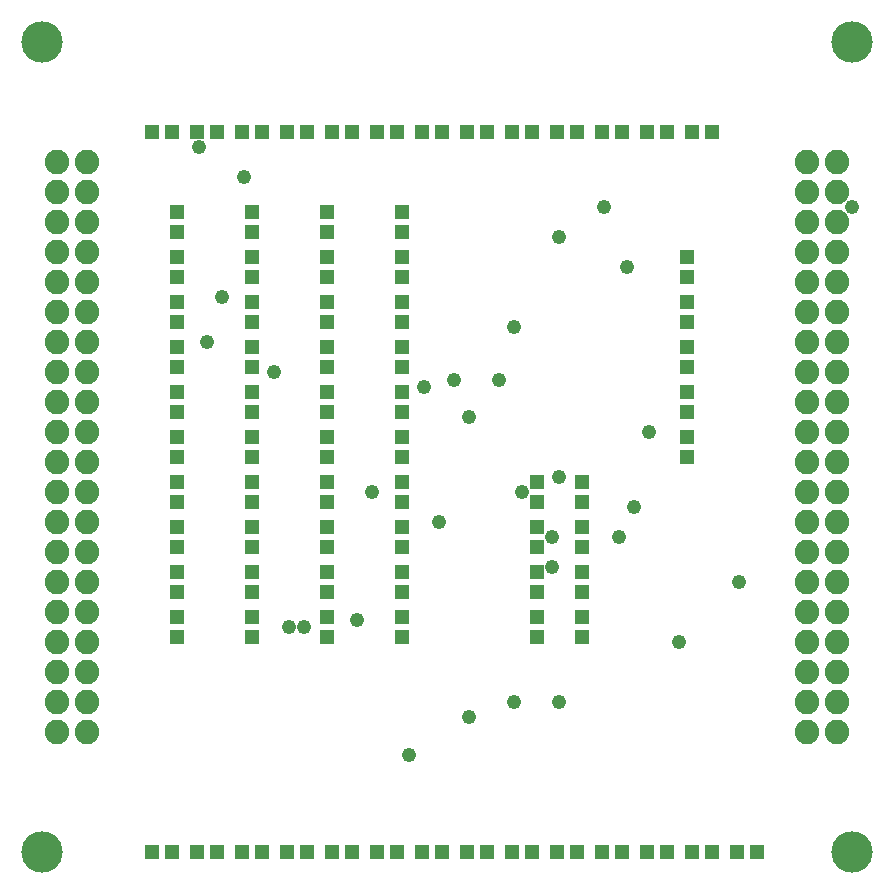
<source format=gts>
G75*
%MOIN*%
%OFA0B0*%
%FSLAX25Y25*%
%IPPOS*%
%LPD*%
%AMOC8*
5,1,8,0,0,1.08239X$1,22.5*
%
%ADD10R,0.04737X0.05131*%
%ADD11R,0.05131X0.04737*%
%ADD12C,0.13800*%
%ADD13C,0.08200*%
%ADD14C,0.04800*%
D10*
X0543333Y0087654D03*
X0543333Y0094346D03*
X0543333Y0102654D03*
X0543333Y0109346D03*
X0543333Y0117654D03*
X0543333Y0124346D03*
X0543333Y0132654D03*
X0543333Y0139346D03*
X0543333Y0147654D03*
X0543333Y0154346D03*
X0543333Y0162654D03*
X0543333Y0169346D03*
X0543333Y0177654D03*
X0543333Y0184346D03*
X0543333Y0192654D03*
X0543333Y0199346D03*
X0543333Y0207654D03*
X0543333Y0214346D03*
X0543333Y0222654D03*
X0543333Y0229346D03*
X0568333Y0229346D03*
X0568333Y0222654D03*
X0568333Y0214346D03*
X0568333Y0207654D03*
X0568333Y0199346D03*
X0568333Y0192654D03*
X0568333Y0184346D03*
X0568333Y0177654D03*
X0568333Y0169346D03*
X0568333Y0162654D03*
X0568333Y0154346D03*
X0568333Y0147654D03*
X0568333Y0139346D03*
X0568333Y0132654D03*
X0568333Y0124346D03*
X0568333Y0117654D03*
X0568333Y0109346D03*
X0568333Y0102654D03*
X0568333Y0094346D03*
X0568333Y0087654D03*
X0593333Y0087654D03*
X0593333Y0094346D03*
X0593333Y0102654D03*
X0593333Y0109346D03*
X0593333Y0117654D03*
X0593333Y0124346D03*
X0593333Y0132654D03*
X0593333Y0139346D03*
X0593333Y0147654D03*
X0593333Y0154346D03*
X0593333Y0162654D03*
X0593333Y0169346D03*
X0593333Y0177654D03*
X0593333Y0184346D03*
X0593333Y0192654D03*
X0593333Y0199346D03*
X0593333Y0207654D03*
X0593333Y0214346D03*
X0593333Y0222654D03*
X0593333Y0229346D03*
X0618333Y0229346D03*
X0618333Y0222654D03*
X0618333Y0214346D03*
X0618333Y0207654D03*
X0618333Y0199346D03*
X0618333Y0192654D03*
X0618333Y0184346D03*
X0618333Y0177654D03*
X0618333Y0169346D03*
X0618333Y0162654D03*
X0618333Y0154346D03*
X0618333Y0147654D03*
X0618333Y0139346D03*
X0618333Y0132654D03*
X0618333Y0124346D03*
X0618333Y0117654D03*
X0618333Y0109346D03*
X0618333Y0102654D03*
X0618333Y0094346D03*
X0618333Y0087654D03*
X0663333Y0087654D03*
X0663333Y0094346D03*
X0663333Y0102654D03*
X0678333Y0102654D03*
X0678333Y0094346D03*
X0678333Y0087654D03*
X0678333Y0109346D03*
X0678333Y0117654D03*
X0663333Y0117654D03*
X0663333Y0109346D03*
X0663333Y0124346D03*
X0663333Y0132654D03*
X0678333Y0132654D03*
X0678333Y0124346D03*
X0678333Y0139346D03*
X0663333Y0139346D03*
X0713333Y0147654D03*
X0713333Y0154346D03*
X0713333Y0162654D03*
X0713333Y0169346D03*
X0713333Y0177654D03*
X0713333Y0184346D03*
X0713333Y0192654D03*
X0713333Y0199346D03*
X0713333Y0207654D03*
X0713333Y0214346D03*
D11*
X0714987Y0256000D03*
X0721680Y0256000D03*
X0706680Y0256000D03*
X0699987Y0256000D03*
X0691680Y0256000D03*
X0684987Y0256000D03*
X0676680Y0256000D03*
X0669987Y0256000D03*
X0661680Y0256000D03*
X0654987Y0256000D03*
X0646680Y0256000D03*
X0639987Y0256000D03*
X0631680Y0256000D03*
X0624987Y0256000D03*
X0616680Y0256000D03*
X0609987Y0256000D03*
X0601680Y0256000D03*
X0594987Y0256000D03*
X0586680Y0256000D03*
X0579987Y0256000D03*
X0571680Y0256000D03*
X0564987Y0256000D03*
X0556680Y0256000D03*
X0549987Y0256000D03*
X0541680Y0256000D03*
X0534987Y0256000D03*
X0534987Y0016000D03*
X0541680Y0016000D03*
X0549987Y0016000D03*
X0556680Y0016000D03*
X0564987Y0016000D03*
X0571680Y0016000D03*
X0579987Y0016000D03*
X0586680Y0016000D03*
X0594987Y0016000D03*
X0601680Y0016000D03*
X0609987Y0016000D03*
X0616680Y0016000D03*
X0624987Y0016000D03*
X0631680Y0016000D03*
X0639987Y0016000D03*
X0646680Y0016000D03*
X0654987Y0016000D03*
X0661680Y0016000D03*
X0669987Y0016000D03*
X0676680Y0016000D03*
X0684987Y0016000D03*
X0691680Y0016000D03*
X0699987Y0016000D03*
X0706680Y0016000D03*
X0714987Y0016000D03*
X0721680Y0016000D03*
X0729987Y0016000D03*
X0736680Y0016000D03*
D12*
X0498333Y0016000D03*
X0768333Y0016000D03*
X0768333Y0286000D03*
X0498333Y0286000D03*
D13*
X0503333Y0246000D03*
X0513333Y0246000D03*
X0513333Y0236000D03*
X0503333Y0236000D03*
X0503333Y0226000D03*
X0513333Y0226000D03*
X0513333Y0216000D03*
X0503333Y0216000D03*
X0503333Y0206000D03*
X0513333Y0206000D03*
X0513333Y0196000D03*
X0503333Y0196000D03*
X0503333Y0186000D03*
X0513333Y0186000D03*
X0513333Y0176000D03*
X0503333Y0176000D03*
X0503333Y0166000D03*
X0513333Y0166000D03*
X0513333Y0156000D03*
X0503333Y0156000D03*
X0503333Y0146000D03*
X0513333Y0146000D03*
X0513333Y0136000D03*
X0503333Y0136000D03*
X0503333Y0126000D03*
X0513333Y0126000D03*
X0513333Y0116000D03*
X0503333Y0116000D03*
X0503333Y0106000D03*
X0513333Y0106000D03*
X0513333Y0096000D03*
X0503333Y0096000D03*
X0503333Y0086000D03*
X0513333Y0086000D03*
X0513333Y0076000D03*
X0503333Y0076000D03*
X0503333Y0066000D03*
X0513333Y0066000D03*
X0513333Y0056000D03*
X0503333Y0056000D03*
X0753333Y0056000D03*
X0763333Y0056000D03*
X0763333Y0066000D03*
X0753333Y0066000D03*
X0753333Y0076000D03*
X0763333Y0076000D03*
X0763333Y0086000D03*
X0753333Y0086000D03*
X0753333Y0096000D03*
X0763333Y0096000D03*
X0763333Y0106000D03*
X0753333Y0106000D03*
X0753333Y0116000D03*
X0763333Y0116000D03*
X0763333Y0126000D03*
X0753333Y0126000D03*
X0753333Y0136000D03*
X0763333Y0136000D03*
X0763333Y0146000D03*
X0753333Y0146000D03*
X0753333Y0156000D03*
X0763333Y0156000D03*
X0763333Y0166000D03*
X0753333Y0166000D03*
X0753333Y0176000D03*
X0763333Y0176000D03*
X0763333Y0186000D03*
X0753333Y0186000D03*
X0753333Y0196000D03*
X0763333Y0196000D03*
X0763333Y0206000D03*
X0753333Y0206000D03*
X0753333Y0216000D03*
X0763333Y0216000D03*
X0763333Y0226000D03*
X0753333Y0226000D03*
X0753333Y0236000D03*
X0763333Y0236000D03*
X0763333Y0246000D03*
X0753333Y0246000D03*
D14*
X0768333Y0231000D03*
X0693333Y0211000D03*
X0670833Y0221000D03*
X0685833Y0231000D03*
X0655833Y0191000D03*
X0650833Y0173500D03*
X0635833Y0173500D03*
X0625833Y0171000D03*
X0640833Y0161000D03*
X0670833Y0141000D03*
X0658333Y0136000D03*
X0630833Y0126000D03*
X0608333Y0136000D03*
X0668333Y0121000D03*
X0690833Y0121000D03*
X0695833Y0131000D03*
X0668333Y0111000D03*
X0710833Y0086000D03*
X0730833Y0106000D03*
X0670833Y0066000D03*
X0655833Y0066000D03*
X0640833Y0061000D03*
X0620833Y0048500D03*
X0603333Y0093500D03*
X0585833Y0091000D03*
X0580833Y0091000D03*
X0700833Y0156000D03*
X0575833Y0176000D03*
X0553333Y0186000D03*
X0558333Y0201000D03*
X0565833Y0241000D03*
X0550833Y0251000D03*
M02*

</source>
